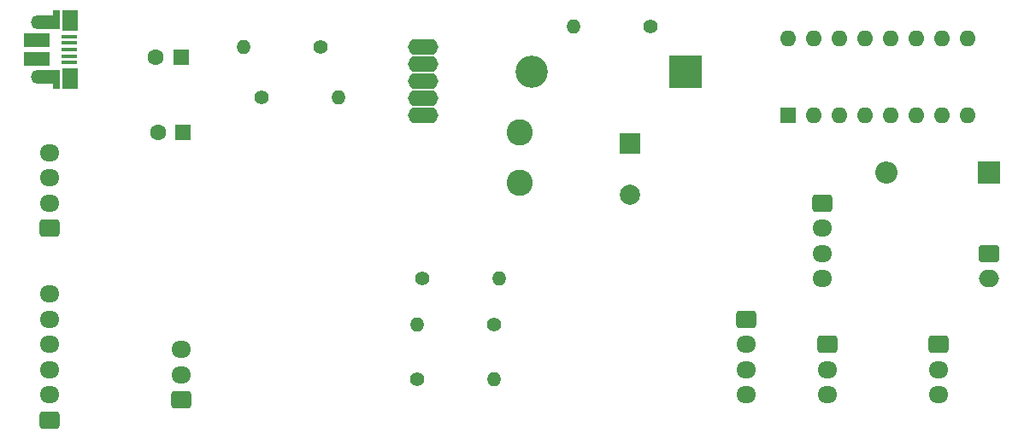
<source format=gbr>
%TF.GenerationSoftware,KiCad,Pcbnew,8.0.1*%
%TF.CreationDate,2024-03-22T20:00:45-04:00*%
%TF.ProjectId,PowerBoost_PCB,506f7765-7242-46f6-9f73-745f5043422e,rev?*%
%TF.SameCoordinates,Original*%
%TF.FileFunction,Soldermask,Top*%
%TF.FilePolarity,Negative*%
%FSLAX46Y46*%
G04 Gerber Fmt 4.6, Leading zero omitted, Abs format (unit mm)*
G04 Created by KiCad (PCBNEW 8.0.1) date 2024-03-22 20:00:45*
%MOMM*%
%LPD*%
G01*
G04 APERTURE LIST*
G04 Aperture macros list*
%AMRoundRect*
0 Rectangle with rounded corners*
0 $1 Rounding radius*
0 $2 $3 $4 $5 $6 $7 $8 $9 X,Y pos of 4 corners*
0 Add a 4 corners polygon primitive as box body*
4,1,4,$2,$3,$4,$5,$6,$7,$8,$9,$2,$3,0*
0 Add four circle primitives for the rounded corners*
1,1,$1+$1,$2,$3*
1,1,$1+$1,$4,$5*
1,1,$1+$1,$6,$7*
1,1,$1+$1,$8,$9*
0 Add four rect primitives between the rounded corners*
20,1,$1+$1,$2,$3,$4,$5,0*
20,1,$1+$1,$4,$5,$6,$7,0*
20,1,$1+$1,$6,$7,$8,$9,0*
20,1,$1+$1,$8,$9,$2,$3,0*%
G04 Aperture macros list end*
%ADD10RoundRect,0.250000X0.725000X-0.600000X0.725000X0.600000X-0.725000X0.600000X-0.725000X-0.600000X0*%
%ADD11O,1.950000X1.700000*%
%ADD12C,2.600000*%
%ADD13R,1.600000X1.600000*%
%ADD14C,1.600000*%
%ADD15R,3.200000X3.200000*%
%ADD16O,3.200000X3.200000*%
%ADD17R,2.200000X2.200000*%
%ADD18O,2.200000X2.200000*%
%ADD19C,1.400000*%
%ADD20O,1.400000X1.400000*%
%ADD21R,0.700000X1.825000*%
%ADD22R,1.500000X2.000000*%
%ADD23R,2.000000X1.350000*%
%ADD24O,1.700000X1.350000*%
%ADD25O,1.500000X1.100000*%
%ADD26R,2.500000X1.430000*%
%ADD27R,1.650000X0.400000*%
%ADD28RoundRect,0.250000X-0.725000X0.600000X-0.725000X-0.600000X0.725000X-0.600000X0.725000X0.600000X0*%
%ADD29R,2.000000X2.000000*%
%ADD30C,2.000000*%
%ADD31O,3.004000X1.604000*%
%ADD32O,1.600000X1.600000*%
%ADD33RoundRect,0.250000X-0.750000X0.600000X-0.750000X-0.600000X0.750000X-0.600000X0.750000X0.600000X0*%
%ADD34O,2.000000X1.700000*%
G04 APERTURE END LIST*
D10*
%TO.C,GPIOSOLENOID1*%
X28000000Y-44000000D03*
D11*
X28000000Y-41500000D03*
X28000000Y-39000000D03*
X28000000Y-36500000D03*
%TD*%
D12*
%TO.C,L1*%
X74500000Y-39500000D03*
X74500000Y-34500000D03*
%TD*%
D10*
%TO.C,GPIOSERVO1*%
X41000000Y-61000000D03*
D11*
X41000000Y-58500000D03*
X41000000Y-56000000D03*
%TD*%
D13*
%TO.C,C2*%
X41205113Y-34500000D03*
D14*
X38705113Y-34500000D03*
%TD*%
D15*
%TO.C,D1*%
X91000000Y-28500000D03*
D16*
X75760000Y-28500000D03*
%TD*%
D17*
%TO.C,D2*%
X121000000Y-38500000D03*
D18*
X110840000Y-38500000D03*
%TD*%
D19*
%TO.C,R6*%
X64380000Y-59000000D03*
D20*
X72000000Y-59000000D03*
%TD*%
D21*
%TO.C,J4*%
X28680000Y-29270000D03*
D22*
X30000000Y-29170000D03*
D23*
X27930000Y-29020000D03*
D24*
X27000000Y-29000000D03*
D25*
X30000000Y-28690000D03*
D26*
X26730000Y-27230000D03*
X26730000Y-25310000D03*
D25*
X30000000Y-23850000D03*
D24*
X27000000Y-23540000D03*
D23*
X27930000Y-23540000D03*
D22*
X29980000Y-23420000D03*
D21*
X28680000Y-23320000D03*
D27*
X29880000Y-27570000D03*
X29880000Y-26920000D03*
X29880000Y-26270000D03*
X29880000Y-25620000D03*
X29880000Y-24970000D03*
%TD*%
D13*
%TO.C,C1*%
X41000000Y-27000000D03*
D14*
X38500000Y-27000000D03*
%TD*%
D19*
%TO.C,R5*%
X72000000Y-53500000D03*
D20*
X64380000Y-53500000D03*
%TD*%
D28*
%TO.C,UltrasonicSensor1*%
X104500000Y-41500000D03*
D11*
X104500000Y-44000000D03*
X104500000Y-46500000D03*
X104500000Y-49000000D03*
%TD*%
D28*
%TO.C,Servo1*%
X116000000Y-55500000D03*
D11*
X116000000Y-58000000D03*
X116000000Y-60500000D03*
%TD*%
D19*
%TO.C,R3*%
X54810000Y-26000000D03*
D20*
X47190000Y-26000000D03*
%TD*%
D10*
%TO.C,GPIOINPUT1*%
X28000000Y-63000000D03*
D11*
X28000000Y-60500000D03*
X28000000Y-58000000D03*
X28000000Y-55500000D03*
X28000000Y-53000000D03*
X28000000Y-50500000D03*
%TD*%
D28*
%TO.C,Servo2*%
X105000000Y-55500000D03*
D11*
X105000000Y-58000000D03*
X105000000Y-60500000D03*
%TD*%
D29*
%TO.C,C3*%
X85500000Y-35632323D03*
D30*
X85500000Y-40632323D03*
%TD*%
D28*
%TO.C,RGBLED1*%
X97000000Y-53000000D03*
D11*
X97000000Y-55500000D03*
X97000000Y-58000000D03*
X97000000Y-60500000D03*
%TD*%
D31*
%TO.C,U1*%
X65000000Y-26000000D03*
X65000000Y-27700000D03*
X65000000Y-29400000D03*
X65000000Y-31100000D03*
X65000000Y-32800000D03*
%TD*%
D19*
%TO.C,R1*%
X87500000Y-24000000D03*
D20*
X79880000Y-24000000D03*
%TD*%
D19*
%TO.C,R2*%
X49000000Y-31000000D03*
D20*
X56620000Y-31000000D03*
%TD*%
D13*
%TO.C,U2*%
X101125000Y-32800000D03*
D32*
X103665000Y-32800000D03*
X106205000Y-32800000D03*
X108745000Y-32800000D03*
X111285000Y-32800000D03*
X113825000Y-32800000D03*
X116365000Y-32800000D03*
X118905000Y-32800000D03*
X118905000Y-25180000D03*
X116365000Y-25180000D03*
X113825000Y-25180000D03*
X111285000Y-25180000D03*
X108745000Y-25180000D03*
X106205000Y-25180000D03*
X103665000Y-25180000D03*
X101125000Y-25180000D03*
%TD*%
D19*
%TO.C,R4*%
X64880000Y-49000000D03*
D20*
X72500000Y-49000000D03*
%TD*%
D33*
%TO.C,SOLENOID1*%
X121000000Y-46500000D03*
D34*
X121000000Y-49000000D03*
%TD*%
M02*

</source>
